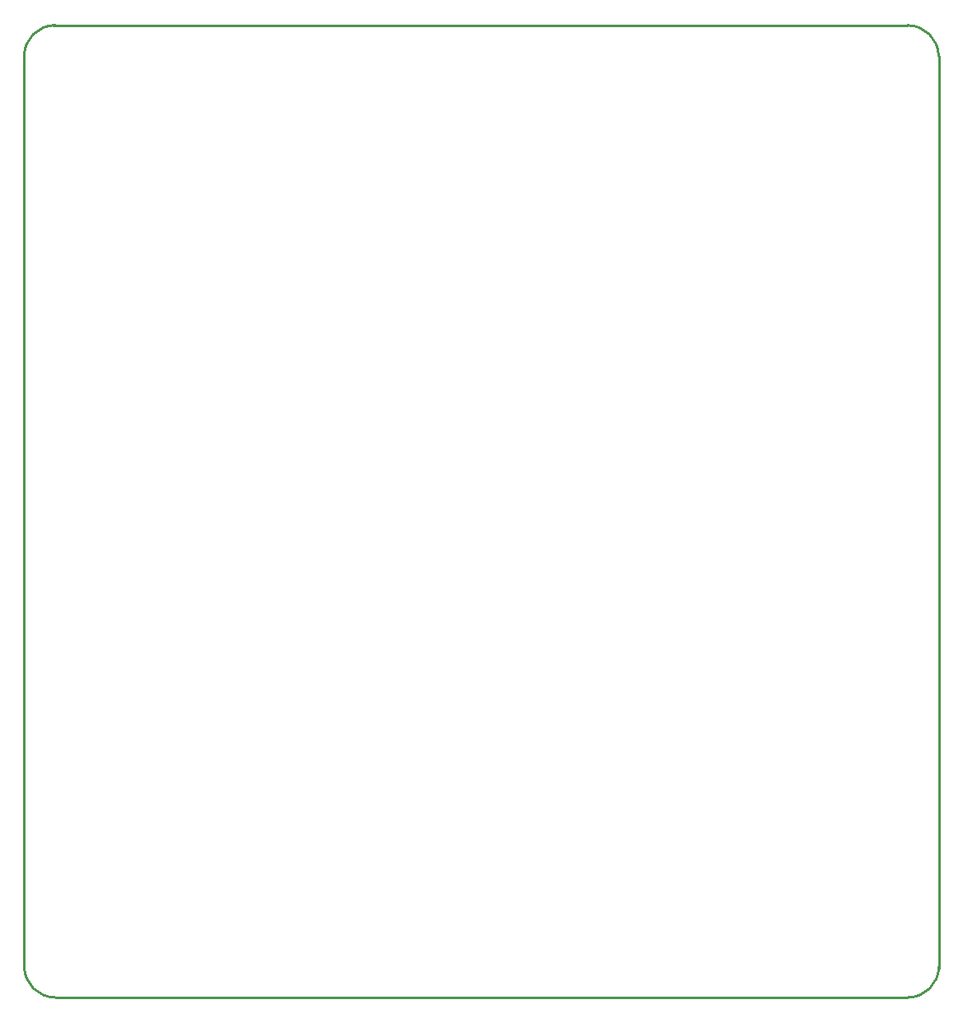
<source format=gbo>
G04*
G04 #@! TF.GenerationSoftware,Altium Limited,Altium Designer,25.3.3 (18)*
G04*
G04 Layer_Color=32896*
%FSLAX43Y43*%
%MOMM*%
G71*
G04*
G04 #@! TF.SameCoordinates,C300852C-C8DC-408C-B86D-D4AF72776700*
G04*
G04*
G04 #@! TF.FilePolarity,Positive*
G04*
G01*
G75*
%ADD10C,0.254*%
D10*
X157571Y204608D02*
G03*
X154397Y201434I0J-3175D01*
G01*
X245232Y104597D02*
G03*
X248407Y107772I0J3175D01*
G01*
X154408D02*
G03*
X157583Y104597I3175J0D01*
G01*
X248382Y201422D02*
G03*
X245207Y204597I-3175J0D01*
G01*
X154397Y107772D02*
X154397Y201434D01*
X248397Y201422D02*
X248397Y107520D01*
X157583Y104597D02*
X245232Y104597D01*
X157302Y204597D02*
X245207Y204597D01*
M02*

</source>
